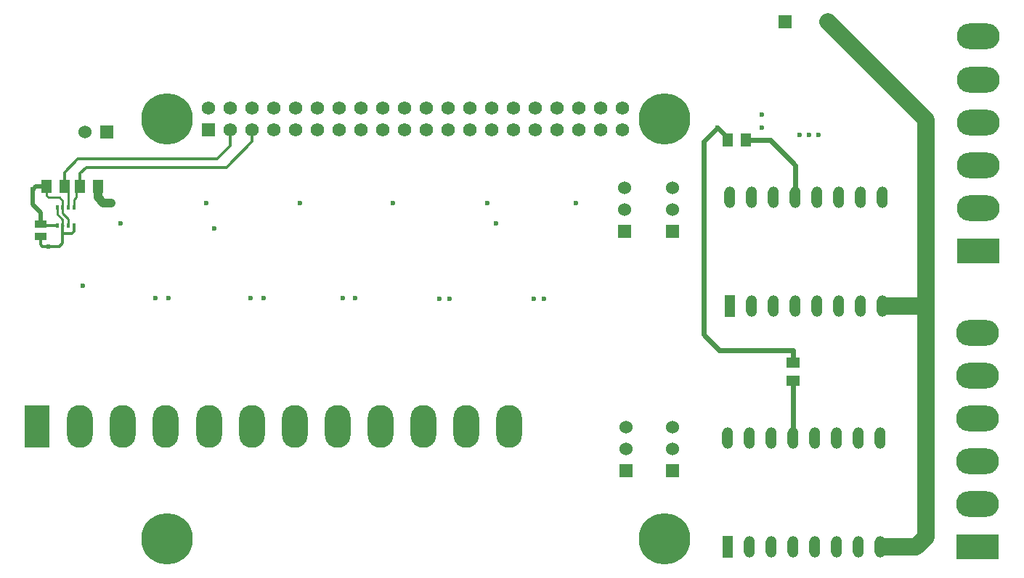
<source format=gbr>
G04*
G04 #@! TF.GenerationSoftware,Altium Limited,Altium Designer,24.0.1 (36)*
G04*
G04 Layer_Physical_Order=1*
G04 Layer_Color=255*
%FSLAX25Y25*%
%MOIN*%
G70*
G04*
G04 #@! TF.SameCoordinates,EAEA65AB-E80B-4046-BB69-B77F90F57262*
G04*
G04*
G04 #@! TF.FilePolarity,Positive*
G04*
G01*
G75*
%ADD12C,0.01000*%
%ADD14R,0.01378X0.01968*%
%ADD15R,0.05315X0.03740*%
%ADD31R,0.05938X0.04750*%
%ADD32R,0.04750X0.05938*%
%ADD33C,0.02362*%
%ADD34C,0.07874*%
%ADD35C,0.01378*%
%ADD36C,0.01968*%
%ADD37C,0.03937*%
%ADD38C,0.06000*%
%ADD39R,0.06000X0.06000*%
%ADD40O,0.19685X0.11811*%
%ADD41R,0.19685X0.11811*%
%ADD42R,0.05000X0.10000*%
%ADD43O,0.05000X0.10000*%
%ADD44R,0.11811X0.19685*%
%ADD45O,0.11811X0.19685*%
%ADD46R,0.06000X0.06000*%
%ADD47C,0.06181*%
%ADD48R,0.06181X0.06181*%
%ADD49C,0.23622*%
%ADD50C,0.02362*%
D12*
X456693Y153543D02*
X457087Y153937D01*
X43007Y178440D02*
Y182771D01*
X42028Y177461D02*
X43007Y178440D01*
Y182771D02*
X43307Y183071D01*
X42028Y173721D02*
Y177461D01*
X29327Y179334D02*
Y183465D01*
Y179334D02*
X30315Y178347D01*
X35433D01*
X36909Y176870D01*
Y173721D02*
Y176870D01*
X27461Y165650D02*
X28051D01*
X34252Y165740D02*
Y165748D01*
X26772Y166339D02*
X27461Y165650D01*
X34161D02*
X34252Y165740D01*
X39370Y165748D02*
Y168577D01*
X36909Y171037D02*
Y173721D01*
Y171037D02*
X39370Y168577D01*
X36909Y165650D02*
Y168209D01*
Y165453D02*
Y165650D01*
Y165453D02*
X37008Y165354D01*
X34350Y170768D02*
Y173721D01*
Y170768D02*
X36909Y168209D01*
Y165256D02*
X37008Y165354D01*
X27953Y165748D02*
X28051Y165650D01*
X26772Y160433D02*
Y160630D01*
X39469Y173721D02*
Y183760D01*
X39370Y183858D02*
X39469Y183760D01*
X42064Y173684D02*
X42126Y173622D01*
D14*
X36909Y173721D02*
D03*
X34350D02*
D03*
Y165650D02*
D03*
X36909D02*
D03*
X39469D02*
D03*
X42028D02*
D03*
Y173721D02*
D03*
X39469D02*
D03*
D15*
X26772Y160433D02*
D03*
Y166339D02*
D03*
D31*
X372047Y94288D02*
D03*
Y102562D02*
D03*
D32*
X350394Y204724D02*
D03*
X342119D02*
D03*
X53156Y183465D02*
D03*
X44882D02*
D03*
X29327D02*
D03*
X37602D02*
D03*
D33*
X350394Y204724D02*
X361811D01*
X349606D02*
X350394D01*
X373228Y178347D02*
Y193307D01*
X361811Y204724D02*
X373228Y193307D01*
X340925Y205918D02*
X342119Y204724D01*
X337402Y210630D02*
X340925Y207106D01*
Y205918D02*
Y207106D01*
X331102Y204331D02*
X337402Y210630D01*
X372126Y68032D02*
Y94209D01*
X372047Y102562D02*
Y108268D01*
X331102Y115354D02*
Y204331D01*
Y115354D02*
X338189Y108268D01*
X372047D01*
Y67716D02*
X372205Y67874D01*
Y77402D01*
D34*
X428458Y17717D02*
X433071Y22329D01*
X413642Y17717D02*
X428458D01*
X388145Y259042D02*
X433071Y214116D01*
Y22329D02*
Y214116D01*
X415748Y128347D02*
X432283D01*
X456693Y17717D02*
X457677D01*
D35*
X35433Y155905D02*
X36909Y157382D01*
Y165256D01*
X27559Y155905D02*
X35433D01*
X47854Y192342D02*
X112028D01*
X123839Y204153D02*
Y209232D01*
X112028Y192342D02*
X123839Y204153D01*
X44882Y183465D02*
Y189370D01*
X47854Y192342D01*
X37602Y189964D02*
X43701Y196063D01*
X37602Y183465D02*
Y189964D01*
X113839Y202028D02*
Y209547D01*
X43701Y196063D02*
X107874D01*
X113839Y202028D01*
X123622Y209449D02*
X123839Y209232D01*
X28051Y165650D02*
X34161D01*
X41142Y161811D02*
X42028Y162697D01*
X37008Y161811D02*
X41142D01*
X42028Y162697D02*
Y165650D01*
X26772Y156693D02*
Y160433D01*
Y156693D02*
X27559Y155905D01*
D36*
X24516Y183465D02*
X29327D01*
X23228Y182283D02*
X23335D01*
X23228Y175197D02*
Y182283D01*
X23335D02*
X24516Y183465D01*
X23228Y175197D02*
X26772Y171653D01*
Y166535D02*
Y171653D01*
D37*
X52956Y178347D02*
Y183465D01*
Y178347D02*
X55318Y175984D01*
X59255D01*
D38*
X47244Y208661D02*
D03*
X294881Y172992D02*
D03*
Y182992D02*
D03*
X316928Y172992D02*
D03*
Y182992D02*
D03*
X316929Y62835D02*
D03*
Y72835D02*
D03*
X295276Y62835D02*
D03*
Y72835D02*
D03*
X388145Y259042D02*
D03*
D39*
X57244Y208661D02*
D03*
X368460Y259042D02*
D03*
D40*
X456693Y116142D02*
D03*
Y96457D02*
D03*
Y76772D02*
D03*
Y57087D02*
D03*
Y37402D02*
D03*
X457087Y173622D02*
D03*
Y193307D02*
D03*
Y212992D02*
D03*
Y232677D02*
D03*
Y252362D02*
D03*
D41*
X456693Y17717D02*
D03*
X457087Y153937D02*
D03*
D42*
X342205Y17717D02*
D03*
X343228Y128347D02*
D03*
D43*
X352205Y17717D02*
D03*
X362205D02*
D03*
X372205D02*
D03*
X382205D02*
D03*
X392205D02*
D03*
X402205D02*
D03*
X412205D02*
D03*
X342205Y67716D02*
D03*
X352205D02*
D03*
X362205D02*
D03*
X372205D02*
D03*
X382205D02*
D03*
X392205D02*
D03*
X402205D02*
D03*
X412205D02*
D03*
X413228Y178347D02*
D03*
X403228D02*
D03*
X393228D02*
D03*
X383228D02*
D03*
X373228D02*
D03*
X363228D02*
D03*
X353228D02*
D03*
X343228D02*
D03*
X413228Y128347D02*
D03*
X403228D02*
D03*
X393228D02*
D03*
X383228D02*
D03*
X373228D02*
D03*
X363228D02*
D03*
X353228D02*
D03*
D44*
X25197Y73228D02*
D03*
D45*
X44882D02*
D03*
X64567D02*
D03*
X84252D02*
D03*
X103937D02*
D03*
X123622D02*
D03*
X143307D02*
D03*
X162992D02*
D03*
X182677D02*
D03*
X202362D02*
D03*
X222047D02*
D03*
X241732D02*
D03*
D46*
X294881Y162992D02*
D03*
X316928D02*
D03*
X316929Y52835D02*
D03*
X295276D02*
D03*
D47*
X293839Y219547D02*
D03*
X283839D02*
D03*
X273839D02*
D03*
X263839D02*
D03*
X253839D02*
D03*
X243839D02*
D03*
X233839D02*
D03*
X223839D02*
D03*
X213839D02*
D03*
X203839D02*
D03*
X193839D02*
D03*
X183839D02*
D03*
X173839D02*
D03*
X163839D02*
D03*
X153839D02*
D03*
X143839D02*
D03*
X133839D02*
D03*
X123839D02*
D03*
X113839D02*
D03*
X103839D02*
D03*
X293839Y209547D02*
D03*
X283839D02*
D03*
X273839D02*
D03*
X263839D02*
D03*
X253839D02*
D03*
X243839D02*
D03*
X233839D02*
D03*
X223839D02*
D03*
X213839D02*
D03*
X203839D02*
D03*
X193839D02*
D03*
X183839D02*
D03*
X173839D02*
D03*
X163839D02*
D03*
X153839D02*
D03*
X143839D02*
D03*
X133839D02*
D03*
X123839D02*
D03*
X113839D02*
D03*
D48*
X103839D02*
D03*
D49*
X312992Y21654D02*
D03*
Y214567D02*
D03*
X84646D02*
D03*
Y21654D02*
D03*
D50*
X337402Y210630D02*
D03*
X372047Y108268D02*
D03*
X379528Y207087D02*
D03*
X375197D02*
D03*
X383858D02*
D03*
X357874Y210630D02*
D03*
Y216535D02*
D03*
X272441Y175984D02*
D03*
X209842Y131890D02*
D03*
X253150D02*
D03*
X23228Y182283D02*
D03*
X123228Y132283D02*
D03*
X85433D02*
D03*
X79528D02*
D03*
X257874Y131890D02*
D03*
X214567D02*
D03*
X171260Y132283D02*
D03*
X165354D02*
D03*
X129134D02*
D03*
X235827Y166535D02*
D03*
X106299Y164173D02*
D03*
X63386Y166535D02*
D03*
X30315Y155905D02*
D03*
X231890Y175984D02*
D03*
X188583D02*
D03*
X145669D02*
D03*
X102756D02*
D03*
X59255D02*
D03*
X46063Y137795D02*
D03*
M02*

</source>
